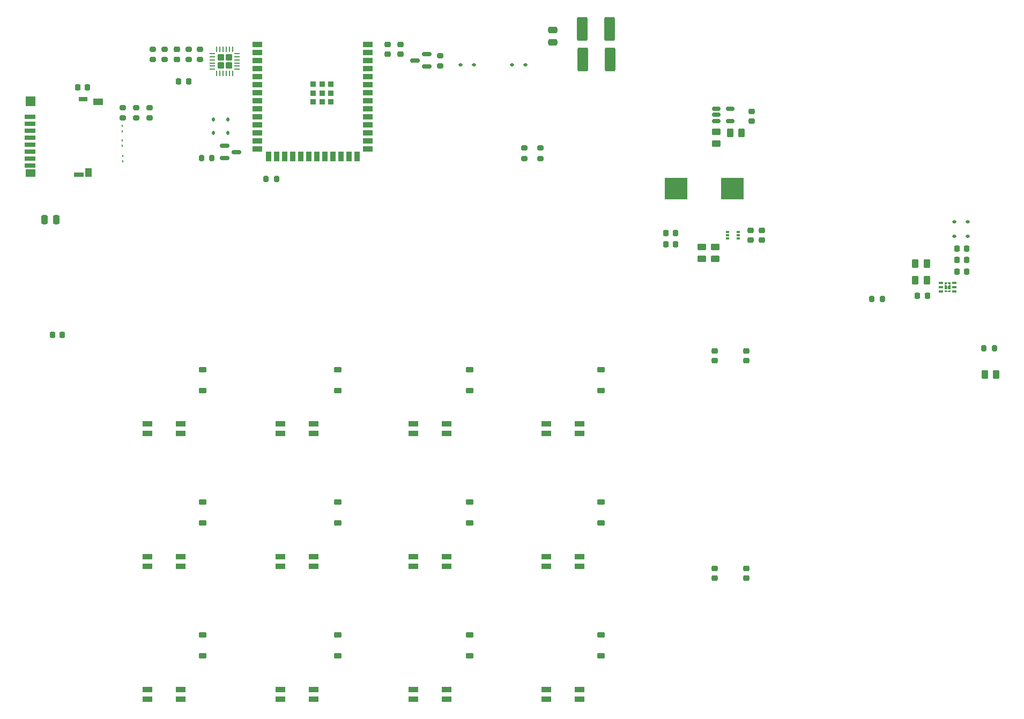
<source format=gbr>
%TF.GenerationSoftware,KiCad,Pcbnew,7.0.8*%
%TF.CreationDate,2023-12-13T13:42:29+01:00*%
%TF.ProjectId,keypad,6b657970-6164-42e6-9b69-6361645f7063,rev?*%
%TF.SameCoordinates,Original*%
%TF.FileFunction,Paste,Bot*%
%TF.FilePolarity,Positive*%
%FSLAX46Y46*%
G04 Gerber Fmt 4.6, Leading zero omitted, Abs format (unit mm)*
G04 Created by KiCad (PCBNEW 7.0.8) date 2023-12-13 13:42:29*
%MOMM*%
%LPD*%
G01*
G04 APERTURE LIST*
G04 Aperture macros list*
%AMRoundRect*
0 Rectangle with rounded corners*
0 $1 Rounding radius*
0 $2 $3 $4 $5 $6 $7 $8 $9 X,Y pos of 4 corners*
0 Add a 4 corners polygon primitive as box body*
4,1,4,$2,$3,$4,$5,$6,$7,$8,$9,$2,$3,0*
0 Add four circle primitives for the rounded corners*
1,1,$1+$1,$2,$3*
1,1,$1+$1,$4,$5*
1,1,$1+$1,$6,$7*
1,1,$1+$1,$8,$9*
0 Add four rect primitives between the rounded corners*
20,1,$1+$1,$2,$3,$4,$5,0*
20,1,$1+$1,$4,$5,$6,$7,0*
20,1,$1+$1,$6,$7,$8,$9,0*
20,1,$1+$1,$8,$9,$2,$3,0*%
%AMFreePoly0*
4,1,13,0.772354,0.410354,0.772500,0.410000,0.772500,-0.410000,0.772354,-0.410354,0.772000,-0.410500,-0.774000,-0.410500,-0.774354,-0.410354,-0.774500,-0.410000,-0.774500,0.410000,-0.774354,0.410354,-0.774000,0.410500,0.772000,0.410500,0.772354,0.410354,0.772354,0.410354,$1*%
%AMFreePoly1*
4,1,13,0.772354,0.410544,0.772500,0.410190,0.772500,-0.410000,0.772354,-0.410354,0.772000,-0.410500,-0.774000,-0.410500,-0.774354,-0.410354,-0.774500,-0.410000,-0.774500,0.410000,-0.774354,0.410354,-0.774000,0.410500,0.772000,0.410690,0.772354,0.410544,0.772354,0.410544,$1*%
%AMFreePoly2*
4,1,13,0.774354,0.410354,0.774500,0.410000,0.774500,-0.410000,0.774354,-0.410354,0.774000,-0.410500,-0.772000,-0.410500,-0.772354,-0.410354,-0.772500,-0.410000,-0.772500,0.410000,-0.772354,0.410354,-0.772000,0.410500,0.774000,0.410500,0.774354,0.410354,0.774354,0.410354,$1*%
G04 Aperture macros list end*
%ADD10C,0.100000*%
%ADD11RoundRect,0.200000X0.275000X-0.200000X0.275000X0.200000X-0.275000X0.200000X-0.275000X-0.200000X0*%
%ADD12FreePoly0,0.000000*%
%ADD13FreePoly1,0.000000*%
%ADD14FreePoly2,0.000000*%
%ADD15RoundRect,0.250000X-0.450000X0.262500X-0.450000X-0.262500X0.450000X-0.262500X0.450000X0.262500X0*%
%ADD16R,3.550000X3.500000*%
%ADD17RoundRect,0.250000X0.275000X-0.275000X0.275000X0.275000X-0.275000X0.275000X-0.275000X-0.275000X0*%
%ADD18RoundRect,0.062500X0.062500X-0.350000X0.062500X0.350000X-0.062500X0.350000X-0.062500X-0.350000X0*%
%ADD19RoundRect,0.062500X0.350000X-0.062500X0.350000X0.062500X-0.350000X0.062500X-0.350000X-0.062500X0*%
%ADD20RoundRect,0.200000X-0.275000X0.200000X-0.275000X-0.200000X0.275000X-0.200000X0.275000X0.200000X0*%
%ADD21RoundRect,0.225000X0.225000X0.250000X-0.225000X0.250000X-0.225000X-0.250000X0.225000X-0.250000X0*%
%ADD22RoundRect,0.150000X0.587500X0.150000X-0.587500X0.150000X-0.587500X-0.150000X0.587500X-0.150000X0*%
%ADD23RoundRect,0.112500X-0.187500X-0.112500X0.187500X-0.112500X0.187500X0.112500X-0.187500X0.112500X0*%
%ADD24RoundRect,0.225000X-0.225000X-0.250000X0.225000X-0.250000X0.225000X0.250000X-0.225000X0.250000X0*%
%ADD25RoundRect,0.200000X0.200000X0.275000X-0.200000X0.275000X-0.200000X-0.275000X0.200000X-0.275000X0*%
%ADD26RoundRect,0.225000X0.375000X-0.225000X0.375000X0.225000X-0.375000X0.225000X-0.375000X-0.225000X0*%
%ADD27RoundRect,0.062500X0.062500X-0.117500X0.062500X0.117500X-0.062500X0.117500X-0.062500X-0.117500X0*%
%ADD28RoundRect,0.225000X-0.250000X0.225000X-0.250000X-0.225000X0.250000X-0.225000X0.250000X0.225000X0*%
%ADD29RoundRect,0.112500X0.187500X0.112500X-0.187500X0.112500X-0.187500X-0.112500X0.187500X-0.112500X0*%
%ADD30RoundRect,0.250000X-0.262500X-0.450000X0.262500X-0.450000X0.262500X0.450000X-0.262500X0.450000X0*%
%ADD31RoundRect,0.225000X0.250000X-0.225000X0.250000X0.225000X-0.250000X0.225000X-0.250000X-0.225000X0*%
%ADD32RoundRect,0.250000X0.475000X-0.250000X0.475000X0.250000X-0.475000X0.250000X-0.475000X-0.250000X0*%
%ADD33RoundRect,0.150000X-0.512500X-0.150000X0.512500X-0.150000X0.512500X0.150000X-0.512500X0.150000X0*%
%ADD34R,0.900000X0.900000*%
%ADD35R,1.500000X0.900000*%
%ADD36R,0.900000X1.500000*%
%ADD37RoundRect,0.250000X0.587500X1.625000X-0.587500X1.625000X-0.587500X-1.625000X0.587500X-1.625000X0*%
%ADD38RoundRect,0.200000X-0.200000X-0.275000X0.200000X-0.275000X0.200000X0.275000X-0.200000X0.275000X0*%
%ADD39RoundRect,0.150000X-0.587500X-0.150000X0.587500X-0.150000X0.587500X0.150000X-0.587500X0.150000X0*%
%ADD40R,1.750000X0.700000*%
%ADD41R,1.000000X1.450000*%
%ADD42R,1.550000X1.000000*%
%ADD43R,1.500000X0.800000*%
%ADD44R,1.500000X1.300000*%
%ADD45R,1.500000X1.500000*%
%ADD46R,1.400000X0.800000*%
%ADD47RoundRect,0.250000X0.250000X0.475000X-0.250000X0.475000X-0.250000X-0.475000X0.250000X-0.475000X0*%
%ADD48RoundRect,0.250000X0.262500X0.450000X-0.262500X0.450000X-0.262500X-0.450000X0.262500X-0.450000X0*%
%ADD49R,0.700000X0.300000*%
%ADD50R,0.475000X0.300000*%
%ADD51RoundRect,0.112500X-0.112500X0.187500X-0.112500X-0.187500X0.112500X-0.187500X0.112500X0.187500X0*%
%ADD52RoundRect,0.250000X0.450000X-0.262500X0.450000X0.262500X-0.450000X0.262500X-0.450000X-0.262500X0*%
G04 APERTURE END LIST*
%TO.C,U2*%
D10*
X197511600Y-85290279D02*
X197370179Y-85431700D01*
X197178530Y-85431700D01*
X197178530Y-85200230D01*
X197511600Y-85200230D01*
X197511600Y-85290279D01*
G36*
X197511600Y-85290279D02*
G01*
X197370179Y-85431700D01*
X197178530Y-85431700D01*
X197178530Y-85200230D01*
X197511600Y-85200230D01*
X197511600Y-85290279D01*
G37*
X197511600Y-86560521D02*
X197511600Y-86650570D01*
X197178530Y-86650570D01*
X197178530Y-86419100D01*
X197370179Y-86419100D01*
X197511600Y-86560521D01*
G36*
X197511600Y-86560521D02*
G01*
X197511600Y-86650570D01*
X197178530Y-86650570D01*
X197178530Y-86419100D01*
X197370179Y-86419100D01*
X197511600Y-86560521D01*
G37*
X198044670Y-86650570D02*
X197711600Y-86650570D01*
X197711600Y-86560521D01*
X197853021Y-86419100D01*
X198044670Y-86419100D01*
X198044670Y-86650570D01*
G36*
X198044670Y-86650570D02*
G01*
X197711600Y-86650570D01*
X197711600Y-86560521D01*
X197853021Y-86419100D01*
X198044670Y-86419100D01*
X198044670Y-86650570D01*
G37*
X198044670Y-85431700D02*
X197853021Y-85431700D01*
X197711600Y-85290279D01*
X197711600Y-85200230D01*
X198044670Y-85200230D01*
X198044670Y-85431700D01*
G36*
X198044670Y-85431700D02*
G01*
X197853021Y-85431700D01*
X197711600Y-85290279D01*
X197711600Y-85200230D01*
X198044670Y-85200230D01*
X198044670Y-85431700D01*
G37*
X197511600Y-85773121D02*
X197511600Y-86077679D01*
X197370179Y-86219100D01*
X197178530Y-86219100D01*
X197178530Y-85631700D01*
X197370179Y-85631700D01*
X197511600Y-85773121D01*
G36*
X197511600Y-85773121D02*
G01*
X197511600Y-86077679D01*
X197370179Y-86219100D01*
X197178530Y-86219100D01*
X197178530Y-85631700D01*
X197370179Y-85631700D01*
X197511600Y-85773121D01*
G37*
X198044670Y-86219100D02*
X197853021Y-86219100D01*
X197711600Y-86077679D01*
X197711600Y-85773121D01*
X197853021Y-85631700D01*
X198044670Y-85631700D01*
X198044670Y-86219100D01*
G36*
X198044670Y-86219100D02*
G01*
X197853021Y-86219100D01*
X197711600Y-86077679D01*
X197711600Y-85773121D01*
X197853021Y-85631700D01*
X198044670Y-85631700D01*
X198044670Y-86219100D01*
G37*
%TD*%
D11*
%TO.C,R7*%
X74010000Y-49965000D03*
X74010000Y-48315000D03*
%TD*%
D12*
%TO.C,U6*%
X118517850Y-109063400D03*
D13*
X118517850Y-107563400D03*
D14*
X113261850Y-107563400D03*
X113261850Y-109063400D03*
%TD*%
D12*
%TO.C,U5*%
X97517850Y-109063400D03*
D13*
X97517850Y-107563400D03*
D14*
X92261850Y-107563400D03*
X92261850Y-109063400D03*
%TD*%
D15*
%TO.C,R4*%
X161100000Y-61387500D03*
X161100000Y-63212500D03*
%TD*%
D16*
%TO.C,L1*%
X154725000Y-70400000D03*
X163675000Y-70400000D03*
%TD*%
D17*
%TO.C,U3*%
X82820000Y-50910000D03*
X84120000Y-50910000D03*
X82820000Y-49610000D03*
X84120000Y-49610000D03*
D18*
X84720000Y-52197500D03*
X84220000Y-52197500D03*
X83720000Y-52197500D03*
X83220000Y-52197500D03*
X82720000Y-52197500D03*
X82220000Y-52197500D03*
D19*
X81532500Y-51510000D03*
X81532500Y-51010000D03*
X81532500Y-50510000D03*
X81532500Y-50010000D03*
X81532500Y-49510000D03*
X81532500Y-49010000D03*
D18*
X82220000Y-48322500D03*
X82720000Y-48322500D03*
X83220000Y-48322500D03*
X83720000Y-48322500D03*
X84220000Y-48322500D03*
X84720000Y-48322500D03*
D19*
X85407500Y-49010000D03*
X85407500Y-49510000D03*
X85407500Y-50010000D03*
X85407500Y-50510000D03*
X85407500Y-51010000D03*
X85407500Y-51510000D03*
%TD*%
D20*
%TO.C,R5*%
X72120000Y-48315000D03*
X72120000Y-49965000D03*
%TD*%
D21*
%TO.C,C3*%
X200660000Y-79870000D03*
X199110000Y-79870000D03*
%TD*%
D20*
%TO.C,R8*%
X79595000Y-48315000D03*
X79595000Y-49965000D03*
%TD*%
%TO.C,R15*%
X71600000Y-57561400D03*
X71600000Y-59211400D03*
%TD*%
D11*
%TO.C,R6*%
X130794600Y-65581500D03*
X130794600Y-63931500D03*
%TD*%
D22*
%TO.C,Q1*%
X115350000Y-49150000D03*
X115350000Y-51050000D03*
X113475000Y-50100000D03*
%TD*%
D23*
%TO.C,D15*%
X128812500Y-50790000D03*
X130912500Y-50790000D03*
%TD*%
D24*
%TO.C,C10*%
X60225000Y-54350000D03*
X61775000Y-54350000D03*
%TD*%
D11*
%TO.C,R9*%
X77745000Y-49965000D03*
X77745000Y-48315000D03*
%TD*%
D21*
%TO.C,C6*%
X77765000Y-53440000D03*
X76215000Y-53440000D03*
%TD*%
D25*
%TO.C,R11*%
X81425000Y-65525000D03*
X79775000Y-65525000D03*
%TD*%
D12*
%TO.C,U9*%
X97517850Y-130063400D03*
D13*
X97517850Y-128563400D03*
D14*
X92261850Y-128563400D03*
X92261850Y-130063400D03*
%TD*%
D12*
%TO.C,U12*%
X76517850Y-151063400D03*
D13*
X76517850Y-149563400D03*
D14*
X71261850Y-149563400D03*
X71261850Y-151063400D03*
%TD*%
D26*
%TO.C,D31*%
X101289150Y-102300000D03*
X101289150Y-99000000D03*
%TD*%
D12*
%TO.C,U27*%
X139517850Y-151063400D03*
D13*
X139517850Y-149563400D03*
D14*
X134261850Y-149563400D03*
X134261850Y-151063400D03*
%TD*%
D27*
%TO.C,D23*%
X67310000Y-60489200D03*
X67310000Y-61329200D03*
%TD*%
D26*
%TO.C,D28*%
X79971750Y-102300000D03*
X79971750Y-99000000D03*
%TD*%
D20*
%TO.C,R13*%
X67350000Y-57561400D03*
X67350000Y-59211400D03*
%TD*%
D27*
%TO.C,D24*%
X67310000Y-62775200D03*
X67310000Y-63615200D03*
%TD*%
D21*
%TO.C,C17*%
X154675000Y-79178000D03*
X153125000Y-79178000D03*
%TD*%
D28*
%TO.C,C15*%
X166700000Y-58145000D03*
X166700000Y-59695000D03*
%TD*%
D26*
%TO.C,D29*%
X79971750Y-123163100D03*
X79971750Y-119863100D03*
%TD*%
D12*
%TO.C,U10*%
X118517850Y-130063400D03*
D13*
X118517850Y-128563400D03*
D14*
X113261850Y-128563400D03*
X113261850Y-130063400D03*
%TD*%
D12*
%TO.C,U13*%
X97517850Y-151063400D03*
D13*
X97517850Y-149563400D03*
D14*
X92261850Y-149563400D03*
X92261850Y-151063400D03*
%TD*%
D29*
%TO.C,D14*%
X200770000Y-75650000D03*
X198670000Y-75650000D03*
%TD*%
D21*
%TO.C,C4*%
X200660000Y-81650000D03*
X199110000Y-81650000D03*
%TD*%
D26*
%TO.C,D32*%
X101289150Y-123163100D03*
X101289150Y-119863100D03*
%TD*%
D30*
%TO.C,R18*%
X203490800Y-99761100D03*
X205315800Y-99761100D03*
%TD*%
D31*
%TO.C,C12*%
X160828425Y-131941300D03*
X160828425Y-130391300D03*
%TD*%
D21*
%TO.C,C2*%
X194432500Y-87281400D03*
X192882500Y-87281400D03*
%TD*%
D26*
%TO.C,D30*%
X79971750Y-144163100D03*
X79971750Y-140863100D03*
%TD*%
D32*
%TO.C,R23*%
X135280000Y-47233000D03*
X135280000Y-45333000D03*
%TD*%
D31*
%TO.C,C18*%
X168278000Y-78475000D03*
X168278000Y-76925000D03*
%TD*%
D26*
%TO.C,D37*%
X142875550Y-102300000D03*
X142875550Y-99000000D03*
%TD*%
D33*
%TO.C,U15*%
X161062500Y-59650000D03*
X161062500Y-58700000D03*
X161062500Y-57750000D03*
X163337500Y-57750000D03*
X163337500Y-59650000D03*
%TD*%
D34*
%TO.C,U1*%
X100244400Y-56670400D03*
X100244400Y-55270400D03*
X100244400Y-53870400D03*
X98844400Y-56670400D03*
X98844400Y-55270400D03*
X98844400Y-53870400D03*
X97444400Y-56670400D03*
X97444400Y-55270400D03*
X97444400Y-53870400D03*
D35*
X106094400Y-47550400D03*
X106094400Y-48820400D03*
X106094400Y-50090400D03*
X106094400Y-51360400D03*
X106094400Y-52630400D03*
X106094400Y-53900400D03*
X106094400Y-55170400D03*
X106094400Y-56440400D03*
X106094400Y-57710400D03*
X106094400Y-58980400D03*
X106094400Y-60250400D03*
X106094400Y-61520400D03*
X106094400Y-62790400D03*
X106094400Y-64060400D03*
D36*
X104329400Y-65310400D03*
X103059400Y-65310400D03*
X101789400Y-65310400D03*
X100519400Y-65310400D03*
X99249400Y-65310400D03*
X97979400Y-65310400D03*
X96709400Y-65310400D03*
X95439400Y-65310400D03*
X94169400Y-65310400D03*
X92899400Y-65310400D03*
X91629400Y-65310400D03*
X90359400Y-65310400D03*
D35*
X88594400Y-64060400D03*
X88594400Y-62790400D03*
X88594400Y-61520400D03*
X88594400Y-60250400D03*
X88594400Y-58980400D03*
X88594400Y-57710400D03*
X88594400Y-56440400D03*
X88594400Y-55170400D03*
X88594400Y-53900400D03*
X88594400Y-52630400D03*
X88594400Y-51360400D03*
X88594400Y-50090400D03*
X88594400Y-48820400D03*
X88594400Y-47550400D03*
%TD*%
D37*
%TO.C,D17*%
X144347500Y-49980000D03*
X139972500Y-49980000D03*
%TD*%
D30*
%TO.C,R2*%
X163287500Y-61570000D03*
X165112500Y-61570000D03*
%TD*%
D38*
%TO.C,R20*%
X89979400Y-68820000D03*
X91629400Y-68820000D03*
%TD*%
D31*
%TO.C,C14*%
X160828425Y-97550300D03*
X160828425Y-96000300D03*
%TD*%
D26*
%TO.C,D33*%
X101289150Y-144163100D03*
X101289150Y-140863100D03*
%TD*%
D27*
%TO.C,D25*%
X67360800Y-65213600D03*
X67360800Y-66053600D03*
%TD*%
D39*
%TO.C,Q2*%
X83467500Y-65510400D03*
X83467500Y-63610400D03*
X85342500Y-64560400D03*
%TD*%
D26*
%TO.C,D39*%
X142875550Y-144163100D03*
X142875550Y-140863100D03*
%TD*%
D40*
%TO.C,J4*%
X52705000Y-59020000D03*
X52705000Y-60120000D03*
X52705000Y-61220000D03*
X52705000Y-62320000D03*
X52705000Y-63420000D03*
X52705000Y-64520000D03*
X52705000Y-65620000D03*
X52705000Y-66720000D03*
D41*
X61930000Y-67845000D03*
D42*
X63505000Y-56620000D03*
D43*
X60430000Y-68170000D03*
D44*
X52830000Y-67920000D03*
D45*
X52830000Y-56570000D03*
D46*
X61080000Y-56220000D03*
%TD*%
D31*
%TO.C,C5*%
X75895000Y-49915000D03*
X75895000Y-48365000D03*
%TD*%
D12*
%TO.C,U7*%
X139517850Y-109063400D03*
D13*
X139517850Y-107563400D03*
D14*
X134261850Y-107563400D03*
X134261850Y-109063400D03*
%TD*%
D26*
%TO.C,D35*%
X122160000Y-123163100D03*
X122160000Y-119863100D03*
%TD*%
D28*
%TO.C,C11*%
X165828425Y-130391300D03*
X165828425Y-131941300D03*
%TD*%
D21*
%TO.C,C1*%
X200660000Y-83490000D03*
X199110000Y-83490000D03*
%TD*%
D47*
%TO.C,R22*%
X56869600Y-75310000D03*
X54969600Y-75310000D03*
%TD*%
D30*
%TO.C,R1*%
X192545000Y-84865700D03*
X194370000Y-84865700D03*
%TD*%
D37*
%TO.C,D18*%
X144277500Y-45150000D03*
X139902500Y-45150000D03*
%TD*%
D26*
%TO.C,D34*%
X122160000Y-102300000D03*
X122160000Y-99000000D03*
%TD*%
D21*
%TO.C,C16*%
X154675000Y-77400000D03*
X153125000Y-77400000D03*
%TD*%
D48*
%TO.C,R3*%
X194370000Y-82230000D03*
X192545000Y-82230000D03*
%TD*%
D26*
%TO.C,D36*%
X122160000Y-144163100D03*
X122160000Y-140863100D03*
%TD*%
D38*
%TO.C,R19*%
X185679000Y-87826000D03*
X187329000Y-87826000D03*
%TD*%
D49*
%TO.C,U2*%
X196561600Y-86575399D03*
X196561600Y-85925400D03*
X196561600Y-85275401D03*
X198661600Y-85275401D03*
X198661600Y-85925400D03*
X198661600Y-86575399D03*
%TD*%
D29*
%TO.C,D20*%
X200770000Y-77870000D03*
X198670000Y-77870000D03*
%TD*%
D15*
%TO.C,R12*%
X160900000Y-79587500D03*
X160900000Y-81412500D03*
%TD*%
D20*
%TO.C,R10*%
X117475000Y-49350000D03*
X117475000Y-51000000D03*
%TD*%
D23*
%TO.C,D16*%
X120730000Y-50790000D03*
X122830000Y-50790000D03*
%TD*%
D31*
%TO.C,C8*%
X111217200Y-49100400D03*
X111217200Y-47550400D03*
%TD*%
D28*
%TO.C,C13*%
X165828425Y-96000300D03*
X165828425Y-97550300D03*
%TD*%
D12*
%TO.C,U14*%
X118517850Y-151063400D03*
D13*
X118517850Y-149563400D03*
D14*
X113261850Y-149563400D03*
X113261850Y-151063400D03*
%TD*%
D11*
%TO.C,R21*%
X133334600Y-65581500D03*
X133334600Y-63931500D03*
%TD*%
D31*
%TO.C,C19*%
X166500000Y-78475000D03*
X166500000Y-76925000D03*
%TD*%
%TO.C,C7*%
X109210600Y-49100400D03*
X109210600Y-47550400D03*
%TD*%
D21*
%TO.C,C9*%
X57831800Y-93445400D03*
X56281800Y-93445400D03*
%TD*%
D50*
%TO.C,IC1*%
X162862000Y-78200000D03*
X162862000Y-77700000D03*
X162862000Y-77200000D03*
X164538000Y-77200000D03*
X164538000Y-77700000D03*
X164538000Y-78200000D03*
%TD*%
D26*
%TO.C,D38*%
X142875550Y-123163100D03*
X142875550Y-119863100D03*
%TD*%
D51*
%TO.C,D21*%
X81650000Y-59450000D03*
X81650000Y-61550000D03*
%TD*%
D52*
%TO.C,R16*%
X158800000Y-81412500D03*
X158800000Y-79587500D03*
%TD*%
D20*
%TO.C,R14*%
X69500000Y-57561400D03*
X69500000Y-59211400D03*
%TD*%
D12*
%TO.C,U8*%
X76517850Y-130063400D03*
D13*
X76517850Y-128563400D03*
D14*
X71261850Y-128563400D03*
X71261850Y-130063400D03*
%TD*%
D12*
%TO.C,U11*%
X139517850Y-130063400D03*
D13*
X139517850Y-128563400D03*
D14*
X134261850Y-128563400D03*
X134261850Y-130063400D03*
%TD*%
D51*
%TO.C,D19*%
X83975000Y-59450000D03*
X83975000Y-61550000D03*
%TD*%
D38*
%TO.C,R17*%
X203378300Y-95592200D03*
X205028300Y-95592200D03*
%TD*%
D12*
%TO.C,U4*%
X76517850Y-109063400D03*
D13*
X76517850Y-107563400D03*
D14*
X71261850Y-107563400D03*
X71261850Y-109063400D03*
%TD*%
M02*

</source>
